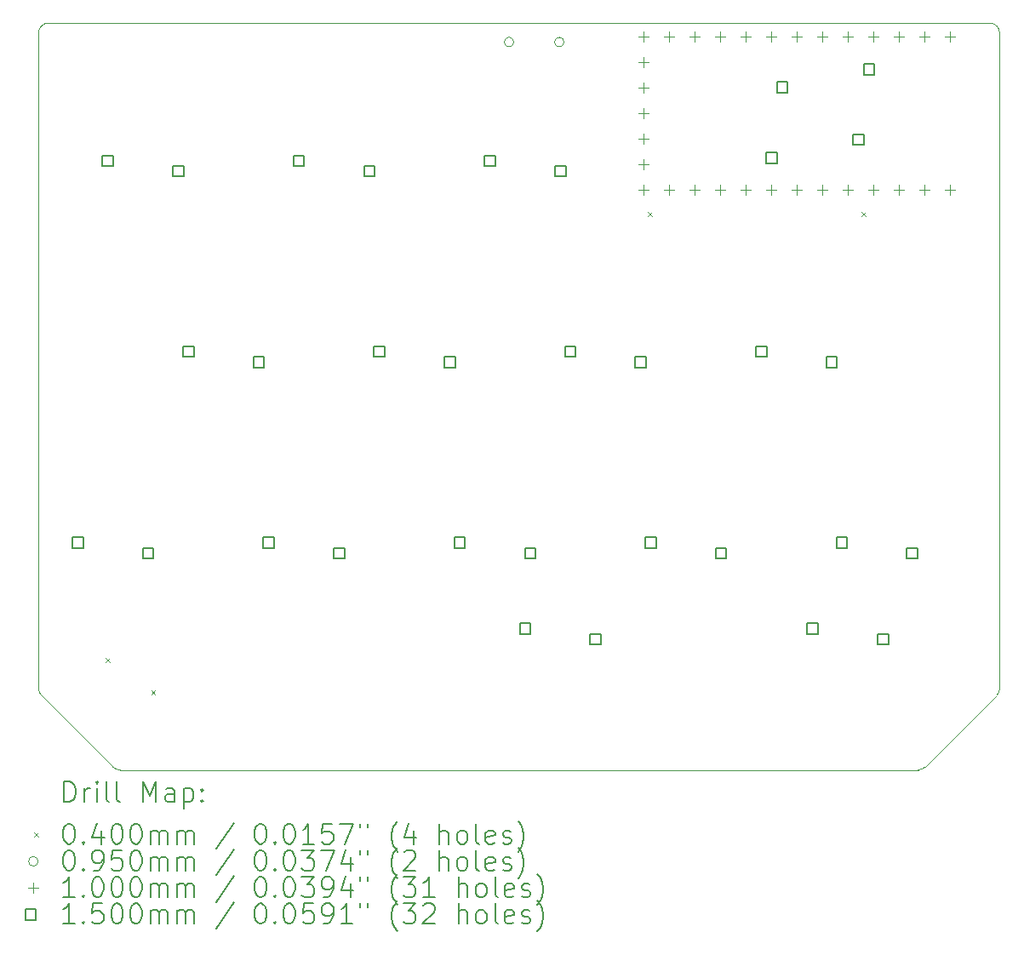
<source format=gbr>
%TF.GenerationSoftware,KiCad,Pcbnew,7.0.8*%
%TF.CreationDate,2023-11-29T19:26:30+01:00*%
%TF.ProjectId,Mathboard,4d617468-626f-4617-9264-2e6b69636164,rev?*%
%TF.SameCoordinates,Original*%
%TF.FileFunction,Drillmap*%
%TF.FilePolarity,Positive*%
%FSLAX45Y45*%
G04 Gerber Fmt 4.5, Leading zero omitted, Abs format (unit mm)*
G04 Created by KiCad (PCBNEW 7.0.8) date 2023-11-29 19:26:30*
%MOMM*%
%LPD*%
G01*
G04 APERTURE LIST*
%ADD10C,0.100000*%
%ADD11C,0.200000*%
%ADD12C,0.040000*%
%ADD13C,0.095000*%
%ADD14C,0.150000*%
G04 APERTURE END LIST*
D10*
X8400001Y-10818579D02*
G75*
G03*
X8429289Y-10889289I99999J-1D01*
G01*
X17930711Y-10889290D02*
G75*
G03*
X17960000Y-10818579I-70711J70710D01*
G01*
X17930711Y-10889289D02*
X17219289Y-11600711D01*
X8500000Y-4200000D02*
X17860000Y-4200000D01*
X8500000Y-4200000D02*
G75*
G03*
X8400000Y-4300000I0J-100000D01*
G01*
X17148579Y-11630000D02*
X9211421Y-11630000D01*
X9140712Y-11600709D02*
G75*
G03*
X9211421Y-11630000I70708J70699D01*
G01*
X9140711Y-11600711D02*
X8429289Y-10889289D01*
X17960000Y-4300000D02*
X17960000Y-10818579D01*
X8400000Y-10818579D02*
X8400000Y-4300000D01*
X17148579Y-11629999D02*
G75*
G03*
X17219289Y-11600711I1J99999D01*
G01*
X17960000Y-4300000D02*
G75*
G03*
X17860000Y-4200000I-100000J0D01*
G01*
D11*
D12*
X9065000Y-10515000D02*
X9105000Y-10555000D01*
X9105000Y-10515000D02*
X9065000Y-10555000D01*
X9520000Y-10840000D02*
X9560000Y-10880000D01*
X9560000Y-10840000D02*
X9520000Y-10880000D01*
X14460000Y-6080000D02*
X14500000Y-6120000D01*
X14500000Y-6080000D02*
X14460000Y-6120000D01*
X16585000Y-6080000D02*
X16625000Y-6120000D01*
X16625000Y-6080000D02*
X16585000Y-6120000D01*
D13*
X13127500Y-4389750D02*
G75*
G03*
X13127500Y-4389750I-47500J0D01*
G01*
X13627500Y-4389750D02*
G75*
G03*
X13627500Y-4389750I-47500J0D01*
G01*
D10*
X14420000Y-4286000D02*
X14420000Y-4386000D01*
X14370000Y-4336000D02*
X14470000Y-4336000D01*
X14420000Y-4540000D02*
X14420000Y-4640000D01*
X14370000Y-4590000D02*
X14470000Y-4590000D01*
X14420000Y-4794000D02*
X14420000Y-4894000D01*
X14370000Y-4844000D02*
X14470000Y-4844000D01*
X14420000Y-5048000D02*
X14420000Y-5148000D01*
X14370000Y-5098000D02*
X14470000Y-5098000D01*
X14420000Y-5302000D02*
X14420000Y-5402000D01*
X14370000Y-5352000D02*
X14470000Y-5352000D01*
X14420000Y-5556000D02*
X14420000Y-5656000D01*
X14370000Y-5606000D02*
X14470000Y-5606000D01*
X14420000Y-5810000D02*
X14420000Y-5910000D01*
X14370000Y-5860000D02*
X14470000Y-5860000D01*
X14674000Y-4286000D02*
X14674000Y-4386000D01*
X14624000Y-4336000D02*
X14724000Y-4336000D01*
X14674000Y-5810000D02*
X14674000Y-5910000D01*
X14624000Y-5860000D02*
X14724000Y-5860000D01*
X14928000Y-4286000D02*
X14928000Y-4386000D01*
X14878000Y-4336000D02*
X14978000Y-4336000D01*
X14928000Y-5810000D02*
X14928000Y-5910000D01*
X14878000Y-5860000D02*
X14978000Y-5860000D01*
X15182000Y-4286000D02*
X15182000Y-4386000D01*
X15132000Y-4336000D02*
X15232000Y-4336000D01*
X15182000Y-5810000D02*
X15182000Y-5910000D01*
X15132000Y-5860000D02*
X15232000Y-5860000D01*
X15436000Y-4286000D02*
X15436000Y-4386000D01*
X15386000Y-4336000D02*
X15486000Y-4336000D01*
X15436000Y-5810000D02*
X15436000Y-5910000D01*
X15386000Y-5860000D02*
X15486000Y-5860000D01*
X15690000Y-4286000D02*
X15690000Y-4386000D01*
X15640000Y-4336000D02*
X15740000Y-4336000D01*
X15690000Y-5810000D02*
X15690000Y-5910000D01*
X15640000Y-5860000D02*
X15740000Y-5860000D01*
X15944000Y-4286000D02*
X15944000Y-4386000D01*
X15894000Y-4336000D02*
X15994000Y-4336000D01*
X15944000Y-5810000D02*
X15944000Y-5910000D01*
X15894000Y-5860000D02*
X15994000Y-5860000D01*
X16198000Y-4286000D02*
X16198000Y-4386000D01*
X16148000Y-4336000D02*
X16248000Y-4336000D01*
X16198000Y-5810000D02*
X16198000Y-5910000D01*
X16148000Y-5860000D02*
X16248000Y-5860000D01*
X16452000Y-4286000D02*
X16452000Y-4386000D01*
X16402000Y-4336000D02*
X16502000Y-4336000D01*
X16452000Y-5810000D02*
X16452000Y-5910000D01*
X16402000Y-5860000D02*
X16502000Y-5860000D01*
X16706000Y-4286000D02*
X16706000Y-4386000D01*
X16656000Y-4336000D02*
X16756000Y-4336000D01*
X16706000Y-5810000D02*
X16706000Y-5910000D01*
X16656000Y-5860000D02*
X16756000Y-5860000D01*
X16960000Y-4286000D02*
X16960000Y-4386000D01*
X16910000Y-4336000D02*
X17010000Y-4336000D01*
X16960000Y-5810000D02*
X16960000Y-5910000D01*
X16910000Y-5860000D02*
X17010000Y-5860000D01*
X17214000Y-4286000D02*
X17214000Y-4386000D01*
X17164000Y-4336000D02*
X17264000Y-4336000D01*
X17214000Y-5810000D02*
X17214000Y-5910000D01*
X17164000Y-5860000D02*
X17264000Y-5860000D01*
X17468000Y-4286000D02*
X17468000Y-4386000D01*
X17418000Y-4336000D02*
X17518000Y-4336000D01*
X17468000Y-5810000D02*
X17468000Y-5910000D01*
X17418000Y-5860000D02*
X17518000Y-5860000D01*
D14*
X8843034Y-9423034D02*
X8843034Y-9316967D01*
X8736967Y-9316967D01*
X8736967Y-9423034D01*
X8843034Y-9423034D01*
X9143034Y-5623033D02*
X9143034Y-5516967D01*
X9036967Y-5516967D01*
X9036967Y-5623033D01*
X9143034Y-5623033D01*
X9543034Y-9528034D02*
X9543034Y-9421967D01*
X9436967Y-9421967D01*
X9436967Y-9528034D01*
X9543034Y-9528034D01*
X9843034Y-5728033D02*
X9843034Y-5621966D01*
X9736967Y-5621966D01*
X9736967Y-5728033D01*
X9843034Y-5728033D01*
X9943034Y-7523033D02*
X9943034Y-7416966D01*
X9836967Y-7416966D01*
X9836967Y-7523033D01*
X9943034Y-7523033D01*
X10643034Y-7628033D02*
X10643034Y-7521966D01*
X10536967Y-7521966D01*
X10536967Y-7628033D01*
X10643034Y-7628033D01*
X10743034Y-9423034D02*
X10743034Y-9316967D01*
X10636967Y-9316967D01*
X10636967Y-9423034D01*
X10743034Y-9423034D01*
X11043034Y-5623033D02*
X11043034Y-5516967D01*
X10936967Y-5516967D01*
X10936967Y-5623033D01*
X11043034Y-5623033D01*
X11443033Y-9528034D02*
X11443033Y-9421967D01*
X11336966Y-9421967D01*
X11336966Y-9528034D01*
X11443033Y-9528034D01*
X11743033Y-5728033D02*
X11743033Y-5621966D01*
X11636966Y-5621966D01*
X11636966Y-5728033D01*
X11743033Y-5728033D01*
X11843033Y-7523033D02*
X11843033Y-7416966D01*
X11736966Y-7416966D01*
X11736966Y-7523033D01*
X11843033Y-7523033D01*
X12543033Y-7628033D02*
X12543033Y-7521966D01*
X12436966Y-7521966D01*
X12436966Y-7628033D01*
X12543033Y-7628033D01*
X12643033Y-9423034D02*
X12643033Y-9316967D01*
X12536966Y-9316967D01*
X12536966Y-9423034D01*
X12643033Y-9423034D01*
X12943033Y-5623033D02*
X12943033Y-5516967D01*
X12836966Y-5516967D01*
X12836966Y-5623033D01*
X12943033Y-5623033D01*
X13293033Y-10278034D02*
X13293033Y-10171967D01*
X13186966Y-10171967D01*
X13186966Y-10278034D01*
X13293033Y-10278034D01*
X13343033Y-9528034D02*
X13343033Y-9421967D01*
X13236966Y-9421967D01*
X13236966Y-9528034D01*
X13343033Y-9528034D01*
X13643033Y-5728033D02*
X13643033Y-5621966D01*
X13536966Y-5621966D01*
X13536966Y-5728033D01*
X13643033Y-5728033D01*
X13743033Y-7523033D02*
X13743033Y-7416966D01*
X13636966Y-7416966D01*
X13636966Y-7523033D01*
X13743033Y-7523033D01*
X13993033Y-10383034D02*
X13993033Y-10276967D01*
X13886966Y-10276967D01*
X13886966Y-10383034D01*
X13993033Y-10383034D01*
X14443033Y-7628033D02*
X14443033Y-7521966D01*
X14336966Y-7521966D01*
X14336966Y-7628033D01*
X14443033Y-7628033D01*
X14543033Y-9423034D02*
X14543033Y-9316967D01*
X14436966Y-9316967D01*
X14436966Y-9423034D01*
X14543033Y-9423034D01*
X15243033Y-9528034D02*
X15243033Y-9421967D01*
X15136966Y-9421967D01*
X15136966Y-9528034D01*
X15243033Y-9528034D01*
X15643033Y-7523033D02*
X15643033Y-7416966D01*
X15536966Y-7416966D01*
X15536966Y-7523033D01*
X15643033Y-7523033D01*
X15743833Y-5593033D02*
X15743833Y-5486967D01*
X15637766Y-5486967D01*
X15637766Y-5593033D01*
X15743833Y-5593033D01*
X15848833Y-4893034D02*
X15848833Y-4786967D01*
X15742766Y-4786967D01*
X15742766Y-4893034D01*
X15848833Y-4893034D01*
X16153033Y-10278034D02*
X16153033Y-10171967D01*
X16046966Y-10171967D01*
X16046966Y-10278034D01*
X16153033Y-10278034D01*
X16343033Y-7628033D02*
X16343033Y-7521966D01*
X16236966Y-7521966D01*
X16236966Y-7628033D01*
X16343033Y-7628033D01*
X16443033Y-9423034D02*
X16443033Y-9316967D01*
X16336966Y-9316967D01*
X16336966Y-9423034D01*
X16443033Y-9423034D01*
X16608033Y-5413034D02*
X16608033Y-5306967D01*
X16501966Y-5306967D01*
X16501966Y-5413034D01*
X16608033Y-5413034D01*
X16713033Y-4713034D02*
X16713033Y-4606967D01*
X16606966Y-4606967D01*
X16606966Y-4713034D01*
X16713033Y-4713034D01*
X16853034Y-10383034D02*
X16853034Y-10276967D01*
X16746966Y-10276967D01*
X16746966Y-10383034D01*
X16853034Y-10383034D01*
X17143034Y-9528034D02*
X17143034Y-9421967D01*
X17036967Y-9421967D01*
X17036967Y-9528034D01*
X17143034Y-9528034D01*
D11*
X8655777Y-11946484D02*
X8655777Y-11746484D01*
X8655777Y-11746484D02*
X8703396Y-11746484D01*
X8703396Y-11746484D02*
X8731967Y-11756008D01*
X8731967Y-11756008D02*
X8751015Y-11775055D01*
X8751015Y-11775055D02*
X8760539Y-11794103D01*
X8760539Y-11794103D02*
X8770063Y-11832198D01*
X8770063Y-11832198D02*
X8770063Y-11860769D01*
X8770063Y-11860769D02*
X8760539Y-11898865D01*
X8760539Y-11898865D02*
X8751015Y-11917912D01*
X8751015Y-11917912D02*
X8731967Y-11936960D01*
X8731967Y-11936960D02*
X8703396Y-11946484D01*
X8703396Y-11946484D02*
X8655777Y-11946484D01*
X8855777Y-11946484D02*
X8855777Y-11813150D01*
X8855777Y-11851246D02*
X8865301Y-11832198D01*
X8865301Y-11832198D02*
X8874824Y-11822674D01*
X8874824Y-11822674D02*
X8893872Y-11813150D01*
X8893872Y-11813150D02*
X8912920Y-11813150D01*
X8979586Y-11946484D02*
X8979586Y-11813150D01*
X8979586Y-11746484D02*
X8970063Y-11756008D01*
X8970063Y-11756008D02*
X8979586Y-11765531D01*
X8979586Y-11765531D02*
X8989110Y-11756008D01*
X8989110Y-11756008D02*
X8979586Y-11746484D01*
X8979586Y-11746484D02*
X8979586Y-11765531D01*
X9103396Y-11946484D02*
X9084348Y-11936960D01*
X9084348Y-11936960D02*
X9074824Y-11917912D01*
X9074824Y-11917912D02*
X9074824Y-11746484D01*
X9208158Y-11946484D02*
X9189110Y-11936960D01*
X9189110Y-11936960D02*
X9179586Y-11917912D01*
X9179586Y-11917912D02*
X9179586Y-11746484D01*
X9436729Y-11946484D02*
X9436729Y-11746484D01*
X9436729Y-11746484D02*
X9503396Y-11889341D01*
X9503396Y-11889341D02*
X9570063Y-11746484D01*
X9570063Y-11746484D02*
X9570063Y-11946484D01*
X9751015Y-11946484D02*
X9751015Y-11841722D01*
X9751015Y-11841722D02*
X9741491Y-11822674D01*
X9741491Y-11822674D02*
X9722444Y-11813150D01*
X9722444Y-11813150D02*
X9684348Y-11813150D01*
X9684348Y-11813150D02*
X9665301Y-11822674D01*
X9751015Y-11936960D02*
X9731967Y-11946484D01*
X9731967Y-11946484D02*
X9684348Y-11946484D01*
X9684348Y-11946484D02*
X9665301Y-11936960D01*
X9665301Y-11936960D02*
X9655777Y-11917912D01*
X9655777Y-11917912D02*
X9655777Y-11898865D01*
X9655777Y-11898865D02*
X9665301Y-11879817D01*
X9665301Y-11879817D02*
X9684348Y-11870293D01*
X9684348Y-11870293D02*
X9731967Y-11870293D01*
X9731967Y-11870293D02*
X9751015Y-11860769D01*
X9846253Y-11813150D02*
X9846253Y-12013150D01*
X9846253Y-11822674D02*
X9865301Y-11813150D01*
X9865301Y-11813150D02*
X9903396Y-11813150D01*
X9903396Y-11813150D02*
X9922444Y-11822674D01*
X9922444Y-11822674D02*
X9931967Y-11832198D01*
X9931967Y-11832198D02*
X9941491Y-11851246D01*
X9941491Y-11851246D02*
X9941491Y-11908388D01*
X9941491Y-11908388D02*
X9931967Y-11927436D01*
X9931967Y-11927436D02*
X9922444Y-11936960D01*
X9922444Y-11936960D02*
X9903396Y-11946484D01*
X9903396Y-11946484D02*
X9865301Y-11946484D01*
X9865301Y-11946484D02*
X9846253Y-11936960D01*
X10027205Y-11927436D02*
X10036729Y-11936960D01*
X10036729Y-11936960D02*
X10027205Y-11946484D01*
X10027205Y-11946484D02*
X10017682Y-11936960D01*
X10017682Y-11936960D02*
X10027205Y-11927436D01*
X10027205Y-11927436D02*
X10027205Y-11946484D01*
X10027205Y-11822674D02*
X10036729Y-11832198D01*
X10036729Y-11832198D02*
X10027205Y-11841722D01*
X10027205Y-11841722D02*
X10017682Y-11832198D01*
X10017682Y-11832198D02*
X10027205Y-11822674D01*
X10027205Y-11822674D02*
X10027205Y-11841722D01*
D12*
X8355000Y-12255000D02*
X8395000Y-12295000D01*
X8395000Y-12255000D02*
X8355000Y-12295000D01*
D11*
X8693872Y-12166484D02*
X8712920Y-12166484D01*
X8712920Y-12166484D02*
X8731967Y-12176008D01*
X8731967Y-12176008D02*
X8741491Y-12185531D01*
X8741491Y-12185531D02*
X8751015Y-12204579D01*
X8751015Y-12204579D02*
X8760539Y-12242674D01*
X8760539Y-12242674D02*
X8760539Y-12290293D01*
X8760539Y-12290293D02*
X8751015Y-12328388D01*
X8751015Y-12328388D02*
X8741491Y-12347436D01*
X8741491Y-12347436D02*
X8731967Y-12356960D01*
X8731967Y-12356960D02*
X8712920Y-12366484D01*
X8712920Y-12366484D02*
X8693872Y-12366484D01*
X8693872Y-12366484D02*
X8674824Y-12356960D01*
X8674824Y-12356960D02*
X8665301Y-12347436D01*
X8665301Y-12347436D02*
X8655777Y-12328388D01*
X8655777Y-12328388D02*
X8646253Y-12290293D01*
X8646253Y-12290293D02*
X8646253Y-12242674D01*
X8646253Y-12242674D02*
X8655777Y-12204579D01*
X8655777Y-12204579D02*
X8665301Y-12185531D01*
X8665301Y-12185531D02*
X8674824Y-12176008D01*
X8674824Y-12176008D02*
X8693872Y-12166484D01*
X8846253Y-12347436D02*
X8855777Y-12356960D01*
X8855777Y-12356960D02*
X8846253Y-12366484D01*
X8846253Y-12366484D02*
X8836729Y-12356960D01*
X8836729Y-12356960D02*
X8846253Y-12347436D01*
X8846253Y-12347436D02*
X8846253Y-12366484D01*
X9027205Y-12233150D02*
X9027205Y-12366484D01*
X8979586Y-12156960D02*
X8931967Y-12299817D01*
X8931967Y-12299817D02*
X9055777Y-12299817D01*
X9170063Y-12166484D02*
X9189110Y-12166484D01*
X9189110Y-12166484D02*
X9208158Y-12176008D01*
X9208158Y-12176008D02*
X9217682Y-12185531D01*
X9217682Y-12185531D02*
X9227205Y-12204579D01*
X9227205Y-12204579D02*
X9236729Y-12242674D01*
X9236729Y-12242674D02*
X9236729Y-12290293D01*
X9236729Y-12290293D02*
X9227205Y-12328388D01*
X9227205Y-12328388D02*
X9217682Y-12347436D01*
X9217682Y-12347436D02*
X9208158Y-12356960D01*
X9208158Y-12356960D02*
X9189110Y-12366484D01*
X9189110Y-12366484D02*
X9170063Y-12366484D01*
X9170063Y-12366484D02*
X9151015Y-12356960D01*
X9151015Y-12356960D02*
X9141491Y-12347436D01*
X9141491Y-12347436D02*
X9131967Y-12328388D01*
X9131967Y-12328388D02*
X9122444Y-12290293D01*
X9122444Y-12290293D02*
X9122444Y-12242674D01*
X9122444Y-12242674D02*
X9131967Y-12204579D01*
X9131967Y-12204579D02*
X9141491Y-12185531D01*
X9141491Y-12185531D02*
X9151015Y-12176008D01*
X9151015Y-12176008D02*
X9170063Y-12166484D01*
X9360539Y-12166484D02*
X9379586Y-12166484D01*
X9379586Y-12166484D02*
X9398634Y-12176008D01*
X9398634Y-12176008D02*
X9408158Y-12185531D01*
X9408158Y-12185531D02*
X9417682Y-12204579D01*
X9417682Y-12204579D02*
X9427205Y-12242674D01*
X9427205Y-12242674D02*
X9427205Y-12290293D01*
X9427205Y-12290293D02*
X9417682Y-12328388D01*
X9417682Y-12328388D02*
X9408158Y-12347436D01*
X9408158Y-12347436D02*
X9398634Y-12356960D01*
X9398634Y-12356960D02*
X9379586Y-12366484D01*
X9379586Y-12366484D02*
X9360539Y-12366484D01*
X9360539Y-12366484D02*
X9341491Y-12356960D01*
X9341491Y-12356960D02*
X9331967Y-12347436D01*
X9331967Y-12347436D02*
X9322444Y-12328388D01*
X9322444Y-12328388D02*
X9312920Y-12290293D01*
X9312920Y-12290293D02*
X9312920Y-12242674D01*
X9312920Y-12242674D02*
X9322444Y-12204579D01*
X9322444Y-12204579D02*
X9331967Y-12185531D01*
X9331967Y-12185531D02*
X9341491Y-12176008D01*
X9341491Y-12176008D02*
X9360539Y-12166484D01*
X9512920Y-12366484D02*
X9512920Y-12233150D01*
X9512920Y-12252198D02*
X9522444Y-12242674D01*
X9522444Y-12242674D02*
X9541491Y-12233150D01*
X9541491Y-12233150D02*
X9570063Y-12233150D01*
X9570063Y-12233150D02*
X9589110Y-12242674D01*
X9589110Y-12242674D02*
X9598634Y-12261722D01*
X9598634Y-12261722D02*
X9598634Y-12366484D01*
X9598634Y-12261722D02*
X9608158Y-12242674D01*
X9608158Y-12242674D02*
X9627205Y-12233150D01*
X9627205Y-12233150D02*
X9655777Y-12233150D01*
X9655777Y-12233150D02*
X9674825Y-12242674D01*
X9674825Y-12242674D02*
X9684348Y-12261722D01*
X9684348Y-12261722D02*
X9684348Y-12366484D01*
X9779586Y-12366484D02*
X9779586Y-12233150D01*
X9779586Y-12252198D02*
X9789110Y-12242674D01*
X9789110Y-12242674D02*
X9808158Y-12233150D01*
X9808158Y-12233150D02*
X9836729Y-12233150D01*
X9836729Y-12233150D02*
X9855777Y-12242674D01*
X9855777Y-12242674D02*
X9865301Y-12261722D01*
X9865301Y-12261722D02*
X9865301Y-12366484D01*
X9865301Y-12261722D02*
X9874825Y-12242674D01*
X9874825Y-12242674D02*
X9893872Y-12233150D01*
X9893872Y-12233150D02*
X9922444Y-12233150D01*
X9922444Y-12233150D02*
X9941491Y-12242674D01*
X9941491Y-12242674D02*
X9951015Y-12261722D01*
X9951015Y-12261722D02*
X9951015Y-12366484D01*
X10341491Y-12156960D02*
X10170063Y-12414103D01*
X10598634Y-12166484D02*
X10617682Y-12166484D01*
X10617682Y-12166484D02*
X10636729Y-12176008D01*
X10636729Y-12176008D02*
X10646253Y-12185531D01*
X10646253Y-12185531D02*
X10655777Y-12204579D01*
X10655777Y-12204579D02*
X10665301Y-12242674D01*
X10665301Y-12242674D02*
X10665301Y-12290293D01*
X10665301Y-12290293D02*
X10655777Y-12328388D01*
X10655777Y-12328388D02*
X10646253Y-12347436D01*
X10646253Y-12347436D02*
X10636729Y-12356960D01*
X10636729Y-12356960D02*
X10617682Y-12366484D01*
X10617682Y-12366484D02*
X10598634Y-12366484D01*
X10598634Y-12366484D02*
X10579587Y-12356960D01*
X10579587Y-12356960D02*
X10570063Y-12347436D01*
X10570063Y-12347436D02*
X10560539Y-12328388D01*
X10560539Y-12328388D02*
X10551015Y-12290293D01*
X10551015Y-12290293D02*
X10551015Y-12242674D01*
X10551015Y-12242674D02*
X10560539Y-12204579D01*
X10560539Y-12204579D02*
X10570063Y-12185531D01*
X10570063Y-12185531D02*
X10579587Y-12176008D01*
X10579587Y-12176008D02*
X10598634Y-12166484D01*
X10751015Y-12347436D02*
X10760539Y-12356960D01*
X10760539Y-12356960D02*
X10751015Y-12366484D01*
X10751015Y-12366484D02*
X10741491Y-12356960D01*
X10741491Y-12356960D02*
X10751015Y-12347436D01*
X10751015Y-12347436D02*
X10751015Y-12366484D01*
X10884348Y-12166484D02*
X10903396Y-12166484D01*
X10903396Y-12166484D02*
X10922444Y-12176008D01*
X10922444Y-12176008D02*
X10931968Y-12185531D01*
X10931968Y-12185531D02*
X10941491Y-12204579D01*
X10941491Y-12204579D02*
X10951015Y-12242674D01*
X10951015Y-12242674D02*
X10951015Y-12290293D01*
X10951015Y-12290293D02*
X10941491Y-12328388D01*
X10941491Y-12328388D02*
X10931968Y-12347436D01*
X10931968Y-12347436D02*
X10922444Y-12356960D01*
X10922444Y-12356960D02*
X10903396Y-12366484D01*
X10903396Y-12366484D02*
X10884348Y-12366484D01*
X10884348Y-12366484D02*
X10865301Y-12356960D01*
X10865301Y-12356960D02*
X10855777Y-12347436D01*
X10855777Y-12347436D02*
X10846253Y-12328388D01*
X10846253Y-12328388D02*
X10836729Y-12290293D01*
X10836729Y-12290293D02*
X10836729Y-12242674D01*
X10836729Y-12242674D02*
X10846253Y-12204579D01*
X10846253Y-12204579D02*
X10855777Y-12185531D01*
X10855777Y-12185531D02*
X10865301Y-12176008D01*
X10865301Y-12176008D02*
X10884348Y-12166484D01*
X11141491Y-12366484D02*
X11027206Y-12366484D01*
X11084348Y-12366484D02*
X11084348Y-12166484D01*
X11084348Y-12166484D02*
X11065301Y-12195055D01*
X11065301Y-12195055D02*
X11046253Y-12214103D01*
X11046253Y-12214103D02*
X11027206Y-12223627D01*
X11322444Y-12166484D02*
X11227206Y-12166484D01*
X11227206Y-12166484D02*
X11217682Y-12261722D01*
X11217682Y-12261722D02*
X11227206Y-12252198D01*
X11227206Y-12252198D02*
X11246253Y-12242674D01*
X11246253Y-12242674D02*
X11293872Y-12242674D01*
X11293872Y-12242674D02*
X11312920Y-12252198D01*
X11312920Y-12252198D02*
X11322444Y-12261722D01*
X11322444Y-12261722D02*
X11331967Y-12280769D01*
X11331967Y-12280769D02*
X11331967Y-12328388D01*
X11331967Y-12328388D02*
X11322444Y-12347436D01*
X11322444Y-12347436D02*
X11312920Y-12356960D01*
X11312920Y-12356960D02*
X11293872Y-12366484D01*
X11293872Y-12366484D02*
X11246253Y-12366484D01*
X11246253Y-12366484D02*
X11227206Y-12356960D01*
X11227206Y-12356960D02*
X11217682Y-12347436D01*
X11398634Y-12166484D02*
X11531967Y-12166484D01*
X11531967Y-12166484D02*
X11446253Y-12366484D01*
X11598634Y-12166484D02*
X11598634Y-12204579D01*
X11674825Y-12166484D02*
X11674825Y-12204579D01*
X11970063Y-12442674D02*
X11960539Y-12433150D01*
X11960539Y-12433150D02*
X11941491Y-12404579D01*
X11941491Y-12404579D02*
X11931968Y-12385531D01*
X11931968Y-12385531D02*
X11922444Y-12356960D01*
X11922444Y-12356960D02*
X11912920Y-12309341D01*
X11912920Y-12309341D02*
X11912920Y-12271246D01*
X11912920Y-12271246D02*
X11922444Y-12223627D01*
X11922444Y-12223627D02*
X11931968Y-12195055D01*
X11931968Y-12195055D02*
X11941491Y-12176008D01*
X11941491Y-12176008D02*
X11960539Y-12147436D01*
X11960539Y-12147436D02*
X11970063Y-12137912D01*
X12131968Y-12233150D02*
X12131968Y-12366484D01*
X12084348Y-12156960D02*
X12036729Y-12299817D01*
X12036729Y-12299817D02*
X12160539Y-12299817D01*
X12389110Y-12366484D02*
X12389110Y-12166484D01*
X12474825Y-12366484D02*
X12474825Y-12261722D01*
X12474825Y-12261722D02*
X12465301Y-12242674D01*
X12465301Y-12242674D02*
X12446253Y-12233150D01*
X12446253Y-12233150D02*
X12417682Y-12233150D01*
X12417682Y-12233150D02*
X12398634Y-12242674D01*
X12398634Y-12242674D02*
X12389110Y-12252198D01*
X12598634Y-12366484D02*
X12579587Y-12356960D01*
X12579587Y-12356960D02*
X12570063Y-12347436D01*
X12570063Y-12347436D02*
X12560539Y-12328388D01*
X12560539Y-12328388D02*
X12560539Y-12271246D01*
X12560539Y-12271246D02*
X12570063Y-12252198D01*
X12570063Y-12252198D02*
X12579587Y-12242674D01*
X12579587Y-12242674D02*
X12598634Y-12233150D01*
X12598634Y-12233150D02*
X12627206Y-12233150D01*
X12627206Y-12233150D02*
X12646253Y-12242674D01*
X12646253Y-12242674D02*
X12655777Y-12252198D01*
X12655777Y-12252198D02*
X12665301Y-12271246D01*
X12665301Y-12271246D02*
X12665301Y-12328388D01*
X12665301Y-12328388D02*
X12655777Y-12347436D01*
X12655777Y-12347436D02*
X12646253Y-12356960D01*
X12646253Y-12356960D02*
X12627206Y-12366484D01*
X12627206Y-12366484D02*
X12598634Y-12366484D01*
X12779587Y-12366484D02*
X12760539Y-12356960D01*
X12760539Y-12356960D02*
X12751015Y-12337912D01*
X12751015Y-12337912D02*
X12751015Y-12166484D01*
X12931968Y-12356960D02*
X12912920Y-12366484D01*
X12912920Y-12366484D02*
X12874825Y-12366484D01*
X12874825Y-12366484D02*
X12855777Y-12356960D01*
X12855777Y-12356960D02*
X12846253Y-12337912D01*
X12846253Y-12337912D02*
X12846253Y-12261722D01*
X12846253Y-12261722D02*
X12855777Y-12242674D01*
X12855777Y-12242674D02*
X12874825Y-12233150D01*
X12874825Y-12233150D02*
X12912920Y-12233150D01*
X12912920Y-12233150D02*
X12931968Y-12242674D01*
X12931968Y-12242674D02*
X12941491Y-12261722D01*
X12941491Y-12261722D02*
X12941491Y-12280769D01*
X12941491Y-12280769D02*
X12846253Y-12299817D01*
X13017682Y-12356960D02*
X13036730Y-12366484D01*
X13036730Y-12366484D02*
X13074825Y-12366484D01*
X13074825Y-12366484D02*
X13093872Y-12356960D01*
X13093872Y-12356960D02*
X13103396Y-12337912D01*
X13103396Y-12337912D02*
X13103396Y-12328388D01*
X13103396Y-12328388D02*
X13093872Y-12309341D01*
X13093872Y-12309341D02*
X13074825Y-12299817D01*
X13074825Y-12299817D02*
X13046253Y-12299817D01*
X13046253Y-12299817D02*
X13027206Y-12290293D01*
X13027206Y-12290293D02*
X13017682Y-12271246D01*
X13017682Y-12271246D02*
X13017682Y-12261722D01*
X13017682Y-12261722D02*
X13027206Y-12242674D01*
X13027206Y-12242674D02*
X13046253Y-12233150D01*
X13046253Y-12233150D02*
X13074825Y-12233150D01*
X13074825Y-12233150D02*
X13093872Y-12242674D01*
X13170063Y-12442674D02*
X13179587Y-12433150D01*
X13179587Y-12433150D02*
X13198634Y-12404579D01*
X13198634Y-12404579D02*
X13208158Y-12385531D01*
X13208158Y-12385531D02*
X13217682Y-12356960D01*
X13217682Y-12356960D02*
X13227206Y-12309341D01*
X13227206Y-12309341D02*
X13227206Y-12271246D01*
X13227206Y-12271246D02*
X13217682Y-12223627D01*
X13217682Y-12223627D02*
X13208158Y-12195055D01*
X13208158Y-12195055D02*
X13198634Y-12176008D01*
X13198634Y-12176008D02*
X13179587Y-12147436D01*
X13179587Y-12147436D02*
X13170063Y-12137912D01*
D13*
X8395000Y-12539000D02*
G75*
G03*
X8395000Y-12539000I-47500J0D01*
G01*
D11*
X8693872Y-12430484D02*
X8712920Y-12430484D01*
X8712920Y-12430484D02*
X8731967Y-12440008D01*
X8731967Y-12440008D02*
X8741491Y-12449531D01*
X8741491Y-12449531D02*
X8751015Y-12468579D01*
X8751015Y-12468579D02*
X8760539Y-12506674D01*
X8760539Y-12506674D02*
X8760539Y-12554293D01*
X8760539Y-12554293D02*
X8751015Y-12592388D01*
X8751015Y-12592388D02*
X8741491Y-12611436D01*
X8741491Y-12611436D02*
X8731967Y-12620960D01*
X8731967Y-12620960D02*
X8712920Y-12630484D01*
X8712920Y-12630484D02*
X8693872Y-12630484D01*
X8693872Y-12630484D02*
X8674824Y-12620960D01*
X8674824Y-12620960D02*
X8665301Y-12611436D01*
X8665301Y-12611436D02*
X8655777Y-12592388D01*
X8655777Y-12592388D02*
X8646253Y-12554293D01*
X8646253Y-12554293D02*
X8646253Y-12506674D01*
X8646253Y-12506674D02*
X8655777Y-12468579D01*
X8655777Y-12468579D02*
X8665301Y-12449531D01*
X8665301Y-12449531D02*
X8674824Y-12440008D01*
X8674824Y-12440008D02*
X8693872Y-12430484D01*
X8846253Y-12611436D02*
X8855777Y-12620960D01*
X8855777Y-12620960D02*
X8846253Y-12630484D01*
X8846253Y-12630484D02*
X8836729Y-12620960D01*
X8836729Y-12620960D02*
X8846253Y-12611436D01*
X8846253Y-12611436D02*
X8846253Y-12630484D01*
X8951015Y-12630484D02*
X8989110Y-12630484D01*
X8989110Y-12630484D02*
X9008158Y-12620960D01*
X9008158Y-12620960D02*
X9017682Y-12611436D01*
X9017682Y-12611436D02*
X9036729Y-12582865D01*
X9036729Y-12582865D02*
X9046253Y-12544769D01*
X9046253Y-12544769D02*
X9046253Y-12468579D01*
X9046253Y-12468579D02*
X9036729Y-12449531D01*
X9036729Y-12449531D02*
X9027205Y-12440008D01*
X9027205Y-12440008D02*
X9008158Y-12430484D01*
X9008158Y-12430484D02*
X8970063Y-12430484D01*
X8970063Y-12430484D02*
X8951015Y-12440008D01*
X8951015Y-12440008D02*
X8941491Y-12449531D01*
X8941491Y-12449531D02*
X8931967Y-12468579D01*
X8931967Y-12468579D02*
X8931967Y-12516198D01*
X8931967Y-12516198D02*
X8941491Y-12535246D01*
X8941491Y-12535246D02*
X8951015Y-12544769D01*
X8951015Y-12544769D02*
X8970063Y-12554293D01*
X8970063Y-12554293D02*
X9008158Y-12554293D01*
X9008158Y-12554293D02*
X9027205Y-12544769D01*
X9027205Y-12544769D02*
X9036729Y-12535246D01*
X9036729Y-12535246D02*
X9046253Y-12516198D01*
X9227205Y-12430484D02*
X9131967Y-12430484D01*
X9131967Y-12430484D02*
X9122444Y-12525722D01*
X9122444Y-12525722D02*
X9131967Y-12516198D01*
X9131967Y-12516198D02*
X9151015Y-12506674D01*
X9151015Y-12506674D02*
X9198634Y-12506674D01*
X9198634Y-12506674D02*
X9217682Y-12516198D01*
X9217682Y-12516198D02*
X9227205Y-12525722D01*
X9227205Y-12525722D02*
X9236729Y-12544769D01*
X9236729Y-12544769D02*
X9236729Y-12592388D01*
X9236729Y-12592388D02*
X9227205Y-12611436D01*
X9227205Y-12611436D02*
X9217682Y-12620960D01*
X9217682Y-12620960D02*
X9198634Y-12630484D01*
X9198634Y-12630484D02*
X9151015Y-12630484D01*
X9151015Y-12630484D02*
X9131967Y-12620960D01*
X9131967Y-12620960D02*
X9122444Y-12611436D01*
X9360539Y-12430484D02*
X9379586Y-12430484D01*
X9379586Y-12430484D02*
X9398634Y-12440008D01*
X9398634Y-12440008D02*
X9408158Y-12449531D01*
X9408158Y-12449531D02*
X9417682Y-12468579D01*
X9417682Y-12468579D02*
X9427205Y-12506674D01*
X9427205Y-12506674D02*
X9427205Y-12554293D01*
X9427205Y-12554293D02*
X9417682Y-12592388D01*
X9417682Y-12592388D02*
X9408158Y-12611436D01*
X9408158Y-12611436D02*
X9398634Y-12620960D01*
X9398634Y-12620960D02*
X9379586Y-12630484D01*
X9379586Y-12630484D02*
X9360539Y-12630484D01*
X9360539Y-12630484D02*
X9341491Y-12620960D01*
X9341491Y-12620960D02*
X9331967Y-12611436D01*
X9331967Y-12611436D02*
X9322444Y-12592388D01*
X9322444Y-12592388D02*
X9312920Y-12554293D01*
X9312920Y-12554293D02*
X9312920Y-12506674D01*
X9312920Y-12506674D02*
X9322444Y-12468579D01*
X9322444Y-12468579D02*
X9331967Y-12449531D01*
X9331967Y-12449531D02*
X9341491Y-12440008D01*
X9341491Y-12440008D02*
X9360539Y-12430484D01*
X9512920Y-12630484D02*
X9512920Y-12497150D01*
X9512920Y-12516198D02*
X9522444Y-12506674D01*
X9522444Y-12506674D02*
X9541491Y-12497150D01*
X9541491Y-12497150D02*
X9570063Y-12497150D01*
X9570063Y-12497150D02*
X9589110Y-12506674D01*
X9589110Y-12506674D02*
X9598634Y-12525722D01*
X9598634Y-12525722D02*
X9598634Y-12630484D01*
X9598634Y-12525722D02*
X9608158Y-12506674D01*
X9608158Y-12506674D02*
X9627205Y-12497150D01*
X9627205Y-12497150D02*
X9655777Y-12497150D01*
X9655777Y-12497150D02*
X9674825Y-12506674D01*
X9674825Y-12506674D02*
X9684348Y-12525722D01*
X9684348Y-12525722D02*
X9684348Y-12630484D01*
X9779586Y-12630484D02*
X9779586Y-12497150D01*
X9779586Y-12516198D02*
X9789110Y-12506674D01*
X9789110Y-12506674D02*
X9808158Y-12497150D01*
X9808158Y-12497150D02*
X9836729Y-12497150D01*
X9836729Y-12497150D02*
X9855777Y-12506674D01*
X9855777Y-12506674D02*
X9865301Y-12525722D01*
X9865301Y-12525722D02*
X9865301Y-12630484D01*
X9865301Y-12525722D02*
X9874825Y-12506674D01*
X9874825Y-12506674D02*
X9893872Y-12497150D01*
X9893872Y-12497150D02*
X9922444Y-12497150D01*
X9922444Y-12497150D02*
X9941491Y-12506674D01*
X9941491Y-12506674D02*
X9951015Y-12525722D01*
X9951015Y-12525722D02*
X9951015Y-12630484D01*
X10341491Y-12420960D02*
X10170063Y-12678103D01*
X10598634Y-12430484D02*
X10617682Y-12430484D01*
X10617682Y-12430484D02*
X10636729Y-12440008D01*
X10636729Y-12440008D02*
X10646253Y-12449531D01*
X10646253Y-12449531D02*
X10655777Y-12468579D01*
X10655777Y-12468579D02*
X10665301Y-12506674D01*
X10665301Y-12506674D02*
X10665301Y-12554293D01*
X10665301Y-12554293D02*
X10655777Y-12592388D01*
X10655777Y-12592388D02*
X10646253Y-12611436D01*
X10646253Y-12611436D02*
X10636729Y-12620960D01*
X10636729Y-12620960D02*
X10617682Y-12630484D01*
X10617682Y-12630484D02*
X10598634Y-12630484D01*
X10598634Y-12630484D02*
X10579587Y-12620960D01*
X10579587Y-12620960D02*
X10570063Y-12611436D01*
X10570063Y-12611436D02*
X10560539Y-12592388D01*
X10560539Y-12592388D02*
X10551015Y-12554293D01*
X10551015Y-12554293D02*
X10551015Y-12506674D01*
X10551015Y-12506674D02*
X10560539Y-12468579D01*
X10560539Y-12468579D02*
X10570063Y-12449531D01*
X10570063Y-12449531D02*
X10579587Y-12440008D01*
X10579587Y-12440008D02*
X10598634Y-12430484D01*
X10751015Y-12611436D02*
X10760539Y-12620960D01*
X10760539Y-12620960D02*
X10751015Y-12630484D01*
X10751015Y-12630484D02*
X10741491Y-12620960D01*
X10741491Y-12620960D02*
X10751015Y-12611436D01*
X10751015Y-12611436D02*
X10751015Y-12630484D01*
X10884348Y-12430484D02*
X10903396Y-12430484D01*
X10903396Y-12430484D02*
X10922444Y-12440008D01*
X10922444Y-12440008D02*
X10931968Y-12449531D01*
X10931968Y-12449531D02*
X10941491Y-12468579D01*
X10941491Y-12468579D02*
X10951015Y-12506674D01*
X10951015Y-12506674D02*
X10951015Y-12554293D01*
X10951015Y-12554293D02*
X10941491Y-12592388D01*
X10941491Y-12592388D02*
X10931968Y-12611436D01*
X10931968Y-12611436D02*
X10922444Y-12620960D01*
X10922444Y-12620960D02*
X10903396Y-12630484D01*
X10903396Y-12630484D02*
X10884348Y-12630484D01*
X10884348Y-12630484D02*
X10865301Y-12620960D01*
X10865301Y-12620960D02*
X10855777Y-12611436D01*
X10855777Y-12611436D02*
X10846253Y-12592388D01*
X10846253Y-12592388D02*
X10836729Y-12554293D01*
X10836729Y-12554293D02*
X10836729Y-12506674D01*
X10836729Y-12506674D02*
X10846253Y-12468579D01*
X10846253Y-12468579D02*
X10855777Y-12449531D01*
X10855777Y-12449531D02*
X10865301Y-12440008D01*
X10865301Y-12440008D02*
X10884348Y-12430484D01*
X11017682Y-12430484D02*
X11141491Y-12430484D01*
X11141491Y-12430484D02*
X11074825Y-12506674D01*
X11074825Y-12506674D02*
X11103396Y-12506674D01*
X11103396Y-12506674D02*
X11122444Y-12516198D01*
X11122444Y-12516198D02*
X11131968Y-12525722D01*
X11131968Y-12525722D02*
X11141491Y-12544769D01*
X11141491Y-12544769D02*
X11141491Y-12592388D01*
X11141491Y-12592388D02*
X11131968Y-12611436D01*
X11131968Y-12611436D02*
X11122444Y-12620960D01*
X11122444Y-12620960D02*
X11103396Y-12630484D01*
X11103396Y-12630484D02*
X11046253Y-12630484D01*
X11046253Y-12630484D02*
X11027206Y-12620960D01*
X11027206Y-12620960D02*
X11017682Y-12611436D01*
X11208158Y-12430484D02*
X11341491Y-12430484D01*
X11341491Y-12430484D02*
X11255777Y-12630484D01*
X11503396Y-12497150D02*
X11503396Y-12630484D01*
X11455777Y-12420960D02*
X11408158Y-12563817D01*
X11408158Y-12563817D02*
X11531967Y-12563817D01*
X11598634Y-12430484D02*
X11598634Y-12468579D01*
X11674825Y-12430484D02*
X11674825Y-12468579D01*
X11970063Y-12706674D02*
X11960539Y-12697150D01*
X11960539Y-12697150D02*
X11941491Y-12668579D01*
X11941491Y-12668579D02*
X11931968Y-12649531D01*
X11931968Y-12649531D02*
X11922444Y-12620960D01*
X11922444Y-12620960D02*
X11912920Y-12573341D01*
X11912920Y-12573341D02*
X11912920Y-12535246D01*
X11912920Y-12535246D02*
X11922444Y-12487627D01*
X11922444Y-12487627D02*
X11931968Y-12459055D01*
X11931968Y-12459055D02*
X11941491Y-12440008D01*
X11941491Y-12440008D02*
X11960539Y-12411436D01*
X11960539Y-12411436D02*
X11970063Y-12401912D01*
X12036729Y-12449531D02*
X12046253Y-12440008D01*
X12046253Y-12440008D02*
X12065301Y-12430484D01*
X12065301Y-12430484D02*
X12112920Y-12430484D01*
X12112920Y-12430484D02*
X12131968Y-12440008D01*
X12131968Y-12440008D02*
X12141491Y-12449531D01*
X12141491Y-12449531D02*
X12151015Y-12468579D01*
X12151015Y-12468579D02*
X12151015Y-12487627D01*
X12151015Y-12487627D02*
X12141491Y-12516198D01*
X12141491Y-12516198D02*
X12027206Y-12630484D01*
X12027206Y-12630484D02*
X12151015Y-12630484D01*
X12389110Y-12630484D02*
X12389110Y-12430484D01*
X12474825Y-12630484D02*
X12474825Y-12525722D01*
X12474825Y-12525722D02*
X12465301Y-12506674D01*
X12465301Y-12506674D02*
X12446253Y-12497150D01*
X12446253Y-12497150D02*
X12417682Y-12497150D01*
X12417682Y-12497150D02*
X12398634Y-12506674D01*
X12398634Y-12506674D02*
X12389110Y-12516198D01*
X12598634Y-12630484D02*
X12579587Y-12620960D01*
X12579587Y-12620960D02*
X12570063Y-12611436D01*
X12570063Y-12611436D02*
X12560539Y-12592388D01*
X12560539Y-12592388D02*
X12560539Y-12535246D01*
X12560539Y-12535246D02*
X12570063Y-12516198D01*
X12570063Y-12516198D02*
X12579587Y-12506674D01*
X12579587Y-12506674D02*
X12598634Y-12497150D01*
X12598634Y-12497150D02*
X12627206Y-12497150D01*
X12627206Y-12497150D02*
X12646253Y-12506674D01*
X12646253Y-12506674D02*
X12655777Y-12516198D01*
X12655777Y-12516198D02*
X12665301Y-12535246D01*
X12665301Y-12535246D02*
X12665301Y-12592388D01*
X12665301Y-12592388D02*
X12655777Y-12611436D01*
X12655777Y-12611436D02*
X12646253Y-12620960D01*
X12646253Y-12620960D02*
X12627206Y-12630484D01*
X12627206Y-12630484D02*
X12598634Y-12630484D01*
X12779587Y-12630484D02*
X12760539Y-12620960D01*
X12760539Y-12620960D02*
X12751015Y-12601912D01*
X12751015Y-12601912D02*
X12751015Y-12430484D01*
X12931968Y-12620960D02*
X12912920Y-12630484D01*
X12912920Y-12630484D02*
X12874825Y-12630484D01*
X12874825Y-12630484D02*
X12855777Y-12620960D01*
X12855777Y-12620960D02*
X12846253Y-12601912D01*
X12846253Y-12601912D02*
X12846253Y-12525722D01*
X12846253Y-12525722D02*
X12855777Y-12506674D01*
X12855777Y-12506674D02*
X12874825Y-12497150D01*
X12874825Y-12497150D02*
X12912920Y-12497150D01*
X12912920Y-12497150D02*
X12931968Y-12506674D01*
X12931968Y-12506674D02*
X12941491Y-12525722D01*
X12941491Y-12525722D02*
X12941491Y-12544769D01*
X12941491Y-12544769D02*
X12846253Y-12563817D01*
X13017682Y-12620960D02*
X13036730Y-12630484D01*
X13036730Y-12630484D02*
X13074825Y-12630484D01*
X13074825Y-12630484D02*
X13093872Y-12620960D01*
X13093872Y-12620960D02*
X13103396Y-12601912D01*
X13103396Y-12601912D02*
X13103396Y-12592388D01*
X13103396Y-12592388D02*
X13093872Y-12573341D01*
X13093872Y-12573341D02*
X13074825Y-12563817D01*
X13074825Y-12563817D02*
X13046253Y-12563817D01*
X13046253Y-12563817D02*
X13027206Y-12554293D01*
X13027206Y-12554293D02*
X13017682Y-12535246D01*
X13017682Y-12535246D02*
X13017682Y-12525722D01*
X13017682Y-12525722D02*
X13027206Y-12506674D01*
X13027206Y-12506674D02*
X13046253Y-12497150D01*
X13046253Y-12497150D02*
X13074825Y-12497150D01*
X13074825Y-12497150D02*
X13093872Y-12506674D01*
X13170063Y-12706674D02*
X13179587Y-12697150D01*
X13179587Y-12697150D02*
X13198634Y-12668579D01*
X13198634Y-12668579D02*
X13208158Y-12649531D01*
X13208158Y-12649531D02*
X13217682Y-12620960D01*
X13217682Y-12620960D02*
X13227206Y-12573341D01*
X13227206Y-12573341D02*
X13227206Y-12535246D01*
X13227206Y-12535246D02*
X13217682Y-12487627D01*
X13217682Y-12487627D02*
X13208158Y-12459055D01*
X13208158Y-12459055D02*
X13198634Y-12440008D01*
X13198634Y-12440008D02*
X13179587Y-12411436D01*
X13179587Y-12411436D02*
X13170063Y-12401912D01*
D10*
X8345000Y-12753000D02*
X8345000Y-12853000D01*
X8295000Y-12803000D02*
X8395000Y-12803000D01*
D11*
X8760539Y-12894484D02*
X8646253Y-12894484D01*
X8703396Y-12894484D02*
X8703396Y-12694484D01*
X8703396Y-12694484D02*
X8684348Y-12723055D01*
X8684348Y-12723055D02*
X8665301Y-12742103D01*
X8665301Y-12742103D02*
X8646253Y-12751627D01*
X8846253Y-12875436D02*
X8855777Y-12884960D01*
X8855777Y-12884960D02*
X8846253Y-12894484D01*
X8846253Y-12894484D02*
X8836729Y-12884960D01*
X8836729Y-12884960D02*
X8846253Y-12875436D01*
X8846253Y-12875436D02*
X8846253Y-12894484D01*
X8979586Y-12694484D02*
X8998634Y-12694484D01*
X8998634Y-12694484D02*
X9017682Y-12704008D01*
X9017682Y-12704008D02*
X9027205Y-12713531D01*
X9027205Y-12713531D02*
X9036729Y-12732579D01*
X9036729Y-12732579D02*
X9046253Y-12770674D01*
X9046253Y-12770674D02*
X9046253Y-12818293D01*
X9046253Y-12818293D02*
X9036729Y-12856388D01*
X9036729Y-12856388D02*
X9027205Y-12875436D01*
X9027205Y-12875436D02*
X9017682Y-12884960D01*
X9017682Y-12884960D02*
X8998634Y-12894484D01*
X8998634Y-12894484D02*
X8979586Y-12894484D01*
X8979586Y-12894484D02*
X8960539Y-12884960D01*
X8960539Y-12884960D02*
X8951015Y-12875436D01*
X8951015Y-12875436D02*
X8941491Y-12856388D01*
X8941491Y-12856388D02*
X8931967Y-12818293D01*
X8931967Y-12818293D02*
X8931967Y-12770674D01*
X8931967Y-12770674D02*
X8941491Y-12732579D01*
X8941491Y-12732579D02*
X8951015Y-12713531D01*
X8951015Y-12713531D02*
X8960539Y-12704008D01*
X8960539Y-12704008D02*
X8979586Y-12694484D01*
X9170063Y-12694484D02*
X9189110Y-12694484D01*
X9189110Y-12694484D02*
X9208158Y-12704008D01*
X9208158Y-12704008D02*
X9217682Y-12713531D01*
X9217682Y-12713531D02*
X9227205Y-12732579D01*
X9227205Y-12732579D02*
X9236729Y-12770674D01*
X9236729Y-12770674D02*
X9236729Y-12818293D01*
X9236729Y-12818293D02*
X9227205Y-12856388D01*
X9227205Y-12856388D02*
X9217682Y-12875436D01*
X9217682Y-12875436D02*
X9208158Y-12884960D01*
X9208158Y-12884960D02*
X9189110Y-12894484D01*
X9189110Y-12894484D02*
X9170063Y-12894484D01*
X9170063Y-12894484D02*
X9151015Y-12884960D01*
X9151015Y-12884960D02*
X9141491Y-12875436D01*
X9141491Y-12875436D02*
X9131967Y-12856388D01*
X9131967Y-12856388D02*
X9122444Y-12818293D01*
X9122444Y-12818293D02*
X9122444Y-12770674D01*
X9122444Y-12770674D02*
X9131967Y-12732579D01*
X9131967Y-12732579D02*
X9141491Y-12713531D01*
X9141491Y-12713531D02*
X9151015Y-12704008D01*
X9151015Y-12704008D02*
X9170063Y-12694484D01*
X9360539Y-12694484D02*
X9379586Y-12694484D01*
X9379586Y-12694484D02*
X9398634Y-12704008D01*
X9398634Y-12704008D02*
X9408158Y-12713531D01*
X9408158Y-12713531D02*
X9417682Y-12732579D01*
X9417682Y-12732579D02*
X9427205Y-12770674D01*
X9427205Y-12770674D02*
X9427205Y-12818293D01*
X9427205Y-12818293D02*
X9417682Y-12856388D01*
X9417682Y-12856388D02*
X9408158Y-12875436D01*
X9408158Y-12875436D02*
X9398634Y-12884960D01*
X9398634Y-12884960D02*
X9379586Y-12894484D01*
X9379586Y-12894484D02*
X9360539Y-12894484D01*
X9360539Y-12894484D02*
X9341491Y-12884960D01*
X9341491Y-12884960D02*
X9331967Y-12875436D01*
X9331967Y-12875436D02*
X9322444Y-12856388D01*
X9322444Y-12856388D02*
X9312920Y-12818293D01*
X9312920Y-12818293D02*
X9312920Y-12770674D01*
X9312920Y-12770674D02*
X9322444Y-12732579D01*
X9322444Y-12732579D02*
X9331967Y-12713531D01*
X9331967Y-12713531D02*
X9341491Y-12704008D01*
X9341491Y-12704008D02*
X9360539Y-12694484D01*
X9512920Y-12894484D02*
X9512920Y-12761150D01*
X9512920Y-12780198D02*
X9522444Y-12770674D01*
X9522444Y-12770674D02*
X9541491Y-12761150D01*
X9541491Y-12761150D02*
X9570063Y-12761150D01*
X9570063Y-12761150D02*
X9589110Y-12770674D01*
X9589110Y-12770674D02*
X9598634Y-12789722D01*
X9598634Y-12789722D02*
X9598634Y-12894484D01*
X9598634Y-12789722D02*
X9608158Y-12770674D01*
X9608158Y-12770674D02*
X9627205Y-12761150D01*
X9627205Y-12761150D02*
X9655777Y-12761150D01*
X9655777Y-12761150D02*
X9674825Y-12770674D01*
X9674825Y-12770674D02*
X9684348Y-12789722D01*
X9684348Y-12789722D02*
X9684348Y-12894484D01*
X9779586Y-12894484D02*
X9779586Y-12761150D01*
X9779586Y-12780198D02*
X9789110Y-12770674D01*
X9789110Y-12770674D02*
X9808158Y-12761150D01*
X9808158Y-12761150D02*
X9836729Y-12761150D01*
X9836729Y-12761150D02*
X9855777Y-12770674D01*
X9855777Y-12770674D02*
X9865301Y-12789722D01*
X9865301Y-12789722D02*
X9865301Y-12894484D01*
X9865301Y-12789722D02*
X9874825Y-12770674D01*
X9874825Y-12770674D02*
X9893872Y-12761150D01*
X9893872Y-12761150D02*
X9922444Y-12761150D01*
X9922444Y-12761150D02*
X9941491Y-12770674D01*
X9941491Y-12770674D02*
X9951015Y-12789722D01*
X9951015Y-12789722D02*
X9951015Y-12894484D01*
X10341491Y-12684960D02*
X10170063Y-12942103D01*
X10598634Y-12694484D02*
X10617682Y-12694484D01*
X10617682Y-12694484D02*
X10636729Y-12704008D01*
X10636729Y-12704008D02*
X10646253Y-12713531D01*
X10646253Y-12713531D02*
X10655777Y-12732579D01*
X10655777Y-12732579D02*
X10665301Y-12770674D01*
X10665301Y-12770674D02*
X10665301Y-12818293D01*
X10665301Y-12818293D02*
X10655777Y-12856388D01*
X10655777Y-12856388D02*
X10646253Y-12875436D01*
X10646253Y-12875436D02*
X10636729Y-12884960D01*
X10636729Y-12884960D02*
X10617682Y-12894484D01*
X10617682Y-12894484D02*
X10598634Y-12894484D01*
X10598634Y-12894484D02*
X10579587Y-12884960D01*
X10579587Y-12884960D02*
X10570063Y-12875436D01*
X10570063Y-12875436D02*
X10560539Y-12856388D01*
X10560539Y-12856388D02*
X10551015Y-12818293D01*
X10551015Y-12818293D02*
X10551015Y-12770674D01*
X10551015Y-12770674D02*
X10560539Y-12732579D01*
X10560539Y-12732579D02*
X10570063Y-12713531D01*
X10570063Y-12713531D02*
X10579587Y-12704008D01*
X10579587Y-12704008D02*
X10598634Y-12694484D01*
X10751015Y-12875436D02*
X10760539Y-12884960D01*
X10760539Y-12884960D02*
X10751015Y-12894484D01*
X10751015Y-12894484D02*
X10741491Y-12884960D01*
X10741491Y-12884960D02*
X10751015Y-12875436D01*
X10751015Y-12875436D02*
X10751015Y-12894484D01*
X10884348Y-12694484D02*
X10903396Y-12694484D01*
X10903396Y-12694484D02*
X10922444Y-12704008D01*
X10922444Y-12704008D02*
X10931968Y-12713531D01*
X10931968Y-12713531D02*
X10941491Y-12732579D01*
X10941491Y-12732579D02*
X10951015Y-12770674D01*
X10951015Y-12770674D02*
X10951015Y-12818293D01*
X10951015Y-12818293D02*
X10941491Y-12856388D01*
X10941491Y-12856388D02*
X10931968Y-12875436D01*
X10931968Y-12875436D02*
X10922444Y-12884960D01*
X10922444Y-12884960D02*
X10903396Y-12894484D01*
X10903396Y-12894484D02*
X10884348Y-12894484D01*
X10884348Y-12894484D02*
X10865301Y-12884960D01*
X10865301Y-12884960D02*
X10855777Y-12875436D01*
X10855777Y-12875436D02*
X10846253Y-12856388D01*
X10846253Y-12856388D02*
X10836729Y-12818293D01*
X10836729Y-12818293D02*
X10836729Y-12770674D01*
X10836729Y-12770674D02*
X10846253Y-12732579D01*
X10846253Y-12732579D02*
X10855777Y-12713531D01*
X10855777Y-12713531D02*
X10865301Y-12704008D01*
X10865301Y-12704008D02*
X10884348Y-12694484D01*
X11017682Y-12694484D02*
X11141491Y-12694484D01*
X11141491Y-12694484D02*
X11074825Y-12770674D01*
X11074825Y-12770674D02*
X11103396Y-12770674D01*
X11103396Y-12770674D02*
X11122444Y-12780198D01*
X11122444Y-12780198D02*
X11131968Y-12789722D01*
X11131968Y-12789722D02*
X11141491Y-12808769D01*
X11141491Y-12808769D02*
X11141491Y-12856388D01*
X11141491Y-12856388D02*
X11131968Y-12875436D01*
X11131968Y-12875436D02*
X11122444Y-12884960D01*
X11122444Y-12884960D02*
X11103396Y-12894484D01*
X11103396Y-12894484D02*
X11046253Y-12894484D01*
X11046253Y-12894484D02*
X11027206Y-12884960D01*
X11027206Y-12884960D02*
X11017682Y-12875436D01*
X11236729Y-12894484D02*
X11274825Y-12894484D01*
X11274825Y-12894484D02*
X11293872Y-12884960D01*
X11293872Y-12884960D02*
X11303396Y-12875436D01*
X11303396Y-12875436D02*
X11322444Y-12846865D01*
X11322444Y-12846865D02*
X11331967Y-12808769D01*
X11331967Y-12808769D02*
X11331967Y-12732579D01*
X11331967Y-12732579D02*
X11322444Y-12713531D01*
X11322444Y-12713531D02*
X11312920Y-12704008D01*
X11312920Y-12704008D02*
X11293872Y-12694484D01*
X11293872Y-12694484D02*
X11255777Y-12694484D01*
X11255777Y-12694484D02*
X11236729Y-12704008D01*
X11236729Y-12704008D02*
X11227206Y-12713531D01*
X11227206Y-12713531D02*
X11217682Y-12732579D01*
X11217682Y-12732579D02*
X11217682Y-12780198D01*
X11217682Y-12780198D02*
X11227206Y-12799246D01*
X11227206Y-12799246D02*
X11236729Y-12808769D01*
X11236729Y-12808769D02*
X11255777Y-12818293D01*
X11255777Y-12818293D02*
X11293872Y-12818293D01*
X11293872Y-12818293D02*
X11312920Y-12808769D01*
X11312920Y-12808769D02*
X11322444Y-12799246D01*
X11322444Y-12799246D02*
X11331967Y-12780198D01*
X11503396Y-12761150D02*
X11503396Y-12894484D01*
X11455777Y-12684960D02*
X11408158Y-12827817D01*
X11408158Y-12827817D02*
X11531967Y-12827817D01*
X11598634Y-12694484D02*
X11598634Y-12732579D01*
X11674825Y-12694484D02*
X11674825Y-12732579D01*
X11970063Y-12970674D02*
X11960539Y-12961150D01*
X11960539Y-12961150D02*
X11941491Y-12932579D01*
X11941491Y-12932579D02*
X11931968Y-12913531D01*
X11931968Y-12913531D02*
X11922444Y-12884960D01*
X11922444Y-12884960D02*
X11912920Y-12837341D01*
X11912920Y-12837341D02*
X11912920Y-12799246D01*
X11912920Y-12799246D02*
X11922444Y-12751627D01*
X11922444Y-12751627D02*
X11931968Y-12723055D01*
X11931968Y-12723055D02*
X11941491Y-12704008D01*
X11941491Y-12704008D02*
X11960539Y-12675436D01*
X11960539Y-12675436D02*
X11970063Y-12665912D01*
X12027206Y-12694484D02*
X12151015Y-12694484D01*
X12151015Y-12694484D02*
X12084348Y-12770674D01*
X12084348Y-12770674D02*
X12112920Y-12770674D01*
X12112920Y-12770674D02*
X12131968Y-12780198D01*
X12131968Y-12780198D02*
X12141491Y-12789722D01*
X12141491Y-12789722D02*
X12151015Y-12808769D01*
X12151015Y-12808769D02*
X12151015Y-12856388D01*
X12151015Y-12856388D02*
X12141491Y-12875436D01*
X12141491Y-12875436D02*
X12131968Y-12884960D01*
X12131968Y-12884960D02*
X12112920Y-12894484D01*
X12112920Y-12894484D02*
X12055777Y-12894484D01*
X12055777Y-12894484D02*
X12036729Y-12884960D01*
X12036729Y-12884960D02*
X12027206Y-12875436D01*
X12341491Y-12894484D02*
X12227206Y-12894484D01*
X12284348Y-12894484D02*
X12284348Y-12694484D01*
X12284348Y-12694484D02*
X12265301Y-12723055D01*
X12265301Y-12723055D02*
X12246253Y-12742103D01*
X12246253Y-12742103D02*
X12227206Y-12751627D01*
X12579587Y-12894484D02*
X12579587Y-12694484D01*
X12665301Y-12894484D02*
X12665301Y-12789722D01*
X12665301Y-12789722D02*
X12655777Y-12770674D01*
X12655777Y-12770674D02*
X12636730Y-12761150D01*
X12636730Y-12761150D02*
X12608158Y-12761150D01*
X12608158Y-12761150D02*
X12589110Y-12770674D01*
X12589110Y-12770674D02*
X12579587Y-12780198D01*
X12789110Y-12894484D02*
X12770063Y-12884960D01*
X12770063Y-12884960D02*
X12760539Y-12875436D01*
X12760539Y-12875436D02*
X12751015Y-12856388D01*
X12751015Y-12856388D02*
X12751015Y-12799246D01*
X12751015Y-12799246D02*
X12760539Y-12780198D01*
X12760539Y-12780198D02*
X12770063Y-12770674D01*
X12770063Y-12770674D02*
X12789110Y-12761150D01*
X12789110Y-12761150D02*
X12817682Y-12761150D01*
X12817682Y-12761150D02*
X12836730Y-12770674D01*
X12836730Y-12770674D02*
X12846253Y-12780198D01*
X12846253Y-12780198D02*
X12855777Y-12799246D01*
X12855777Y-12799246D02*
X12855777Y-12856388D01*
X12855777Y-12856388D02*
X12846253Y-12875436D01*
X12846253Y-12875436D02*
X12836730Y-12884960D01*
X12836730Y-12884960D02*
X12817682Y-12894484D01*
X12817682Y-12894484D02*
X12789110Y-12894484D01*
X12970063Y-12894484D02*
X12951015Y-12884960D01*
X12951015Y-12884960D02*
X12941491Y-12865912D01*
X12941491Y-12865912D02*
X12941491Y-12694484D01*
X13122444Y-12884960D02*
X13103396Y-12894484D01*
X13103396Y-12894484D02*
X13065301Y-12894484D01*
X13065301Y-12894484D02*
X13046253Y-12884960D01*
X13046253Y-12884960D02*
X13036730Y-12865912D01*
X13036730Y-12865912D02*
X13036730Y-12789722D01*
X13036730Y-12789722D02*
X13046253Y-12770674D01*
X13046253Y-12770674D02*
X13065301Y-12761150D01*
X13065301Y-12761150D02*
X13103396Y-12761150D01*
X13103396Y-12761150D02*
X13122444Y-12770674D01*
X13122444Y-12770674D02*
X13131968Y-12789722D01*
X13131968Y-12789722D02*
X13131968Y-12808769D01*
X13131968Y-12808769D02*
X13036730Y-12827817D01*
X13208158Y-12884960D02*
X13227206Y-12894484D01*
X13227206Y-12894484D02*
X13265301Y-12894484D01*
X13265301Y-12894484D02*
X13284349Y-12884960D01*
X13284349Y-12884960D02*
X13293872Y-12865912D01*
X13293872Y-12865912D02*
X13293872Y-12856388D01*
X13293872Y-12856388D02*
X13284349Y-12837341D01*
X13284349Y-12837341D02*
X13265301Y-12827817D01*
X13265301Y-12827817D02*
X13236730Y-12827817D01*
X13236730Y-12827817D02*
X13217682Y-12818293D01*
X13217682Y-12818293D02*
X13208158Y-12799246D01*
X13208158Y-12799246D02*
X13208158Y-12789722D01*
X13208158Y-12789722D02*
X13217682Y-12770674D01*
X13217682Y-12770674D02*
X13236730Y-12761150D01*
X13236730Y-12761150D02*
X13265301Y-12761150D01*
X13265301Y-12761150D02*
X13284349Y-12770674D01*
X13360539Y-12970674D02*
X13370063Y-12961150D01*
X13370063Y-12961150D02*
X13389111Y-12932579D01*
X13389111Y-12932579D02*
X13398634Y-12913531D01*
X13398634Y-12913531D02*
X13408158Y-12884960D01*
X13408158Y-12884960D02*
X13417682Y-12837341D01*
X13417682Y-12837341D02*
X13417682Y-12799246D01*
X13417682Y-12799246D02*
X13408158Y-12751627D01*
X13408158Y-12751627D02*
X13398634Y-12723055D01*
X13398634Y-12723055D02*
X13389111Y-12704008D01*
X13389111Y-12704008D02*
X13370063Y-12675436D01*
X13370063Y-12675436D02*
X13360539Y-12665912D01*
D14*
X8373033Y-13120033D02*
X8373033Y-13013966D01*
X8266966Y-13013966D01*
X8266966Y-13120033D01*
X8373033Y-13120033D01*
D11*
X8760539Y-13158484D02*
X8646253Y-13158484D01*
X8703396Y-13158484D02*
X8703396Y-12958484D01*
X8703396Y-12958484D02*
X8684348Y-12987055D01*
X8684348Y-12987055D02*
X8665301Y-13006103D01*
X8665301Y-13006103D02*
X8646253Y-13015627D01*
X8846253Y-13139436D02*
X8855777Y-13148960D01*
X8855777Y-13148960D02*
X8846253Y-13158484D01*
X8846253Y-13158484D02*
X8836729Y-13148960D01*
X8836729Y-13148960D02*
X8846253Y-13139436D01*
X8846253Y-13139436D02*
X8846253Y-13158484D01*
X9036729Y-12958484D02*
X8941491Y-12958484D01*
X8941491Y-12958484D02*
X8931967Y-13053722D01*
X8931967Y-13053722D02*
X8941491Y-13044198D01*
X8941491Y-13044198D02*
X8960539Y-13034674D01*
X8960539Y-13034674D02*
X9008158Y-13034674D01*
X9008158Y-13034674D02*
X9027205Y-13044198D01*
X9027205Y-13044198D02*
X9036729Y-13053722D01*
X9036729Y-13053722D02*
X9046253Y-13072769D01*
X9046253Y-13072769D02*
X9046253Y-13120388D01*
X9046253Y-13120388D02*
X9036729Y-13139436D01*
X9036729Y-13139436D02*
X9027205Y-13148960D01*
X9027205Y-13148960D02*
X9008158Y-13158484D01*
X9008158Y-13158484D02*
X8960539Y-13158484D01*
X8960539Y-13158484D02*
X8941491Y-13148960D01*
X8941491Y-13148960D02*
X8931967Y-13139436D01*
X9170063Y-12958484D02*
X9189110Y-12958484D01*
X9189110Y-12958484D02*
X9208158Y-12968008D01*
X9208158Y-12968008D02*
X9217682Y-12977531D01*
X9217682Y-12977531D02*
X9227205Y-12996579D01*
X9227205Y-12996579D02*
X9236729Y-13034674D01*
X9236729Y-13034674D02*
X9236729Y-13082293D01*
X9236729Y-13082293D02*
X9227205Y-13120388D01*
X9227205Y-13120388D02*
X9217682Y-13139436D01*
X9217682Y-13139436D02*
X9208158Y-13148960D01*
X9208158Y-13148960D02*
X9189110Y-13158484D01*
X9189110Y-13158484D02*
X9170063Y-13158484D01*
X9170063Y-13158484D02*
X9151015Y-13148960D01*
X9151015Y-13148960D02*
X9141491Y-13139436D01*
X9141491Y-13139436D02*
X9131967Y-13120388D01*
X9131967Y-13120388D02*
X9122444Y-13082293D01*
X9122444Y-13082293D02*
X9122444Y-13034674D01*
X9122444Y-13034674D02*
X9131967Y-12996579D01*
X9131967Y-12996579D02*
X9141491Y-12977531D01*
X9141491Y-12977531D02*
X9151015Y-12968008D01*
X9151015Y-12968008D02*
X9170063Y-12958484D01*
X9360539Y-12958484D02*
X9379586Y-12958484D01*
X9379586Y-12958484D02*
X9398634Y-12968008D01*
X9398634Y-12968008D02*
X9408158Y-12977531D01*
X9408158Y-12977531D02*
X9417682Y-12996579D01*
X9417682Y-12996579D02*
X9427205Y-13034674D01*
X9427205Y-13034674D02*
X9427205Y-13082293D01*
X9427205Y-13082293D02*
X9417682Y-13120388D01*
X9417682Y-13120388D02*
X9408158Y-13139436D01*
X9408158Y-13139436D02*
X9398634Y-13148960D01*
X9398634Y-13148960D02*
X9379586Y-13158484D01*
X9379586Y-13158484D02*
X9360539Y-13158484D01*
X9360539Y-13158484D02*
X9341491Y-13148960D01*
X9341491Y-13148960D02*
X9331967Y-13139436D01*
X9331967Y-13139436D02*
X9322444Y-13120388D01*
X9322444Y-13120388D02*
X9312920Y-13082293D01*
X9312920Y-13082293D02*
X9312920Y-13034674D01*
X9312920Y-13034674D02*
X9322444Y-12996579D01*
X9322444Y-12996579D02*
X9331967Y-12977531D01*
X9331967Y-12977531D02*
X9341491Y-12968008D01*
X9341491Y-12968008D02*
X9360539Y-12958484D01*
X9512920Y-13158484D02*
X9512920Y-13025150D01*
X9512920Y-13044198D02*
X9522444Y-13034674D01*
X9522444Y-13034674D02*
X9541491Y-13025150D01*
X9541491Y-13025150D02*
X9570063Y-13025150D01*
X9570063Y-13025150D02*
X9589110Y-13034674D01*
X9589110Y-13034674D02*
X9598634Y-13053722D01*
X9598634Y-13053722D02*
X9598634Y-13158484D01*
X9598634Y-13053722D02*
X9608158Y-13034674D01*
X9608158Y-13034674D02*
X9627205Y-13025150D01*
X9627205Y-13025150D02*
X9655777Y-13025150D01*
X9655777Y-13025150D02*
X9674825Y-13034674D01*
X9674825Y-13034674D02*
X9684348Y-13053722D01*
X9684348Y-13053722D02*
X9684348Y-13158484D01*
X9779586Y-13158484D02*
X9779586Y-13025150D01*
X9779586Y-13044198D02*
X9789110Y-13034674D01*
X9789110Y-13034674D02*
X9808158Y-13025150D01*
X9808158Y-13025150D02*
X9836729Y-13025150D01*
X9836729Y-13025150D02*
X9855777Y-13034674D01*
X9855777Y-13034674D02*
X9865301Y-13053722D01*
X9865301Y-13053722D02*
X9865301Y-13158484D01*
X9865301Y-13053722D02*
X9874825Y-13034674D01*
X9874825Y-13034674D02*
X9893872Y-13025150D01*
X9893872Y-13025150D02*
X9922444Y-13025150D01*
X9922444Y-13025150D02*
X9941491Y-13034674D01*
X9941491Y-13034674D02*
X9951015Y-13053722D01*
X9951015Y-13053722D02*
X9951015Y-13158484D01*
X10341491Y-12948960D02*
X10170063Y-13206103D01*
X10598634Y-12958484D02*
X10617682Y-12958484D01*
X10617682Y-12958484D02*
X10636729Y-12968008D01*
X10636729Y-12968008D02*
X10646253Y-12977531D01*
X10646253Y-12977531D02*
X10655777Y-12996579D01*
X10655777Y-12996579D02*
X10665301Y-13034674D01*
X10665301Y-13034674D02*
X10665301Y-13082293D01*
X10665301Y-13082293D02*
X10655777Y-13120388D01*
X10655777Y-13120388D02*
X10646253Y-13139436D01*
X10646253Y-13139436D02*
X10636729Y-13148960D01*
X10636729Y-13148960D02*
X10617682Y-13158484D01*
X10617682Y-13158484D02*
X10598634Y-13158484D01*
X10598634Y-13158484D02*
X10579587Y-13148960D01*
X10579587Y-13148960D02*
X10570063Y-13139436D01*
X10570063Y-13139436D02*
X10560539Y-13120388D01*
X10560539Y-13120388D02*
X10551015Y-13082293D01*
X10551015Y-13082293D02*
X10551015Y-13034674D01*
X10551015Y-13034674D02*
X10560539Y-12996579D01*
X10560539Y-12996579D02*
X10570063Y-12977531D01*
X10570063Y-12977531D02*
X10579587Y-12968008D01*
X10579587Y-12968008D02*
X10598634Y-12958484D01*
X10751015Y-13139436D02*
X10760539Y-13148960D01*
X10760539Y-13148960D02*
X10751015Y-13158484D01*
X10751015Y-13158484D02*
X10741491Y-13148960D01*
X10741491Y-13148960D02*
X10751015Y-13139436D01*
X10751015Y-13139436D02*
X10751015Y-13158484D01*
X10884348Y-12958484D02*
X10903396Y-12958484D01*
X10903396Y-12958484D02*
X10922444Y-12968008D01*
X10922444Y-12968008D02*
X10931968Y-12977531D01*
X10931968Y-12977531D02*
X10941491Y-12996579D01*
X10941491Y-12996579D02*
X10951015Y-13034674D01*
X10951015Y-13034674D02*
X10951015Y-13082293D01*
X10951015Y-13082293D02*
X10941491Y-13120388D01*
X10941491Y-13120388D02*
X10931968Y-13139436D01*
X10931968Y-13139436D02*
X10922444Y-13148960D01*
X10922444Y-13148960D02*
X10903396Y-13158484D01*
X10903396Y-13158484D02*
X10884348Y-13158484D01*
X10884348Y-13158484D02*
X10865301Y-13148960D01*
X10865301Y-13148960D02*
X10855777Y-13139436D01*
X10855777Y-13139436D02*
X10846253Y-13120388D01*
X10846253Y-13120388D02*
X10836729Y-13082293D01*
X10836729Y-13082293D02*
X10836729Y-13034674D01*
X10836729Y-13034674D02*
X10846253Y-12996579D01*
X10846253Y-12996579D02*
X10855777Y-12977531D01*
X10855777Y-12977531D02*
X10865301Y-12968008D01*
X10865301Y-12968008D02*
X10884348Y-12958484D01*
X11131968Y-12958484D02*
X11036729Y-12958484D01*
X11036729Y-12958484D02*
X11027206Y-13053722D01*
X11027206Y-13053722D02*
X11036729Y-13044198D01*
X11036729Y-13044198D02*
X11055777Y-13034674D01*
X11055777Y-13034674D02*
X11103396Y-13034674D01*
X11103396Y-13034674D02*
X11122444Y-13044198D01*
X11122444Y-13044198D02*
X11131968Y-13053722D01*
X11131968Y-13053722D02*
X11141491Y-13072769D01*
X11141491Y-13072769D02*
X11141491Y-13120388D01*
X11141491Y-13120388D02*
X11131968Y-13139436D01*
X11131968Y-13139436D02*
X11122444Y-13148960D01*
X11122444Y-13148960D02*
X11103396Y-13158484D01*
X11103396Y-13158484D02*
X11055777Y-13158484D01*
X11055777Y-13158484D02*
X11036729Y-13148960D01*
X11036729Y-13148960D02*
X11027206Y-13139436D01*
X11236729Y-13158484D02*
X11274825Y-13158484D01*
X11274825Y-13158484D02*
X11293872Y-13148960D01*
X11293872Y-13148960D02*
X11303396Y-13139436D01*
X11303396Y-13139436D02*
X11322444Y-13110865D01*
X11322444Y-13110865D02*
X11331967Y-13072769D01*
X11331967Y-13072769D02*
X11331967Y-12996579D01*
X11331967Y-12996579D02*
X11322444Y-12977531D01*
X11322444Y-12977531D02*
X11312920Y-12968008D01*
X11312920Y-12968008D02*
X11293872Y-12958484D01*
X11293872Y-12958484D02*
X11255777Y-12958484D01*
X11255777Y-12958484D02*
X11236729Y-12968008D01*
X11236729Y-12968008D02*
X11227206Y-12977531D01*
X11227206Y-12977531D02*
X11217682Y-12996579D01*
X11217682Y-12996579D02*
X11217682Y-13044198D01*
X11217682Y-13044198D02*
X11227206Y-13063246D01*
X11227206Y-13063246D02*
X11236729Y-13072769D01*
X11236729Y-13072769D02*
X11255777Y-13082293D01*
X11255777Y-13082293D02*
X11293872Y-13082293D01*
X11293872Y-13082293D02*
X11312920Y-13072769D01*
X11312920Y-13072769D02*
X11322444Y-13063246D01*
X11322444Y-13063246D02*
X11331967Y-13044198D01*
X11522444Y-13158484D02*
X11408158Y-13158484D01*
X11465301Y-13158484D02*
X11465301Y-12958484D01*
X11465301Y-12958484D02*
X11446253Y-12987055D01*
X11446253Y-12987055D02*
X11427206Y-13006103D01*
X11427206Y-13006103D02*
X11408158Y-13015627D01*
X11598634Y-12958484D02*
X11598634Y-12996579D01*
X11674825Y-12958484D02*
X11674825Y-12996579D01*
X11970063Y-13234674D02*
X11960539Y-13225150D01*
X11960539Y-13225150D02*
X11941491Y-13196579D01*
X11941491Y-13196579D02*
X11931968Y-13177531D01*
X11931968Y-13177531D02*
X11922444Y-13148960D01*
X11922444Y-13148960D02*
X11912920Y-13101341D01*
X11912920Y-13101341D02*
X11912920Y-13063246D01*
X11912920Y-13063246D02*
X11922444Y-13015627D01*
X11922444Y-13015627D02*
X11931968Y-12987055D01*
X11931968Y-12987055D02*
X11941491Y-12968008D01*
X11941491Y-12968008D02*
X11960539Y-12939436D01*
X11960539Y-12939436D02*
X11970063Y-12929912D01*
X12027206Y-12958484D02*
X12151015Y-12958484D01*
X12151015Y-12958484D02*
X12084348Y-13034674D01*
X12084348Y-13034674D02*
X12112920Y-13034674D01*
X12112920Y-13034674D02*
X12131968Y-13044198D01*
X12131968Y-13044198D02*
X12141491Y-13053722D01*
X12141491Y-13053722D02*
X12151015Y-13072769D01*
X12151015Y-13072769D02*
X12151015Y-13120388D01*
X12151015Y-13120388D02*
X12141491Y-13139436D01*
X12141491Y-13139436D02*
X12131968Y-13148960D01*
X12131968Y-13148960D02*
X12112920Y-13158484D01*
X12112920Y-13158484D02*
X12055777Y-13158484D01*
X12055777Y-13158484D02*
X12036729Y-13148960D01*
X12036729Y-13148960D02*
X12027206Y-13139436D01*
X12227206Y-12977531D02*
X12236729Y-12968008D01*
X12236729Y-12968008D02*
X12255777Y-12958484D01*
X12255777Y-12958484D02*
X12303396Y-12958484D01*
X12303396Y-12958484D02*
X12322444Y-12968008D01*
X12322444Y-12968008D02*
X12331968Y-12977531D01*
X12331968Y-12977531D02*
X12341491Y-12996579D01*
X12341491Y-12996579D02*
X12341491Y-13015627D01*
X12341491Y-13015627D02*
X12331968Y-13044198D01*
X12331968Y-13044198D02*
X12217682Y-13158484D01*
X12217682Y-13158484D02*
X12341491Y-13158484D01*
X12579587Y-13158484D02*
X12579587Y-12958484D01*
X12665301Y-13158484D02*
X12665301Y-13053722D01*
X12665301Y-13053722D02*
X12655777Y-13034674D01*
X12655777Y-13034674D02*
X12636730Y-13025150D01*
X12636730Y-13025150D02*
X12608158Y-13025150D01*
X12608158Y-13025150D02*
X12589110Y-13034674D01*
X12589110Y-13034674D02*
X12579587Y-13044198D01*
X12789110Y-13158484D02*
X12770063Y-13148960D01*
X12770063Y-13148960D02*
X12760539Y-13139436D01*
X12760539Y-13139436D02*
X12751015Y-13120388D01*
X12751015Y-13120388D02*
X12751015Y-13063246D01*
X12751015Y-13063246D02*
X12760539Y-13044198D01*
X12760539Y-13044198D02*
X12770063Y-13034674D01*
X12770063Y-13034674D02*
X12789110Y-13025150D01*
X12789110Y-13025150D02*
X12817682Y-13025150D01*
X12817682Y-13025150D02*
X12836730Y-13034674D01*
X12836730Y-13034674D02*
X12846253Y-13044198D01*
X12846253Y-13044198D02*
X12855777Y-13063246D01*
X12855777Y-13063246D02*
X12855777Y-13120388D01*
X12855777Y-13120388D02*
X12846253Y-13139436D01*
X12846253Y-13139436D02*
X12836730Y-13148960D01*
X12836730Y-13148960D02*
X12817682Y-13158484D01*
X12817682Y-13158484D02*
X12789110Y-13158484D01*
X12970063Y-13158484D02*
X12951015Y-13148960D01*
X12951015Y-13148960D02*
X12941491Y-13129912D01*
X12941491Y-13129912D02*
X12941491Y-12958484D01*
X13122444Y-13148960D02*
X13103396Y-13158484D01*
X13103396Y-13158484D02*
X13065301Y-13158484D01*
X13065301Y-13158484D02*
X13046253Y-13148960D01*
X13046253Y-13148960D02*
X13036730Y-13129912D01*
X13036730Y-13129912D02*
X13036730Y-13053722D01*
X13036730Y-13053722D02*
X13046253Y-13034674D01*
X13046253Y-13034674D02*
X13065301Y-13025150D01*
X13065301Y-13025150D02*
X13103396Y-13025150D01*
X13103396Y-13025150D02*
X13122444Y-13034674D01*
X13122444Y-13034674D02*
X13131968Y-13053722D01*
X13131968Y-13053722D02*
X13131968Y-13072769D01*
X13131968Y-13072769D02*
X13036730Y-13091817D01*
X13208158Y-13148960D02*
X13227206Y-13158484D01*
X13227206Y-13158484D02*
X13265301Y-13158484D01*
X13265301Y-13158484D02*
X13284349Y-13148960D01*
X13284349Y-13148960D02*
X13293872Y-13129912D01*
X13293872Y-13129912D02*
X13293872Y-13120388D01*
X13293872Y-13120388D02*
X13284349Y-13101341D01*
X13284349Y-13101341D02*
X13265301Y-13091817D01*
X13265301Y-13091817D02*
X13236730Y-13091817D01*
X13236730Y-13091817D02*
X13217682Y-13082293D01*
X13217682Y-13082293D02*
X13208158Y-13063246D01*
X13208158Y-13063246D02*
X13208158Y-13053722D01*
X13208158Y-13053722D02*
X13217682Y-13034674D01*
X13217682Y-13034674D02*
X13236730Y-13025150D01*
X13236730Y-13025150D02*
X13265301Y-13025150D01*
X13265301Y-13025150D02*
X13284349Y-13034674D01*
X13360539Y-13234674D02*
X13370063Y-13225150D01*
X13370063Y-13225150D02*
X13389111Y-13196579D01*
X13389111Y-13196579D02*
X13398634Y-13177531D01*
X13398634Y-13177531D02*
X13408158Y-13148960D01*
X13408158Y-13148960D02*
X13417682Y-13101341D01*
X13417682Y-13101341D02*
X13417682Y-13063246D01*
X13417682Y-13063246D02*
X13408158Y-13015627D01*
X13408158Y-13015627D02*
X13398634Y-12987055D01*
X13398634Y-12987055D02*
X13389111Y-12968008D01*
X13389111Y-12968008D02*
X13370063Y-12939436D01*
X13370063Y-12939436D02*
X13360539Y-12929912D01*
M02*

</source>
